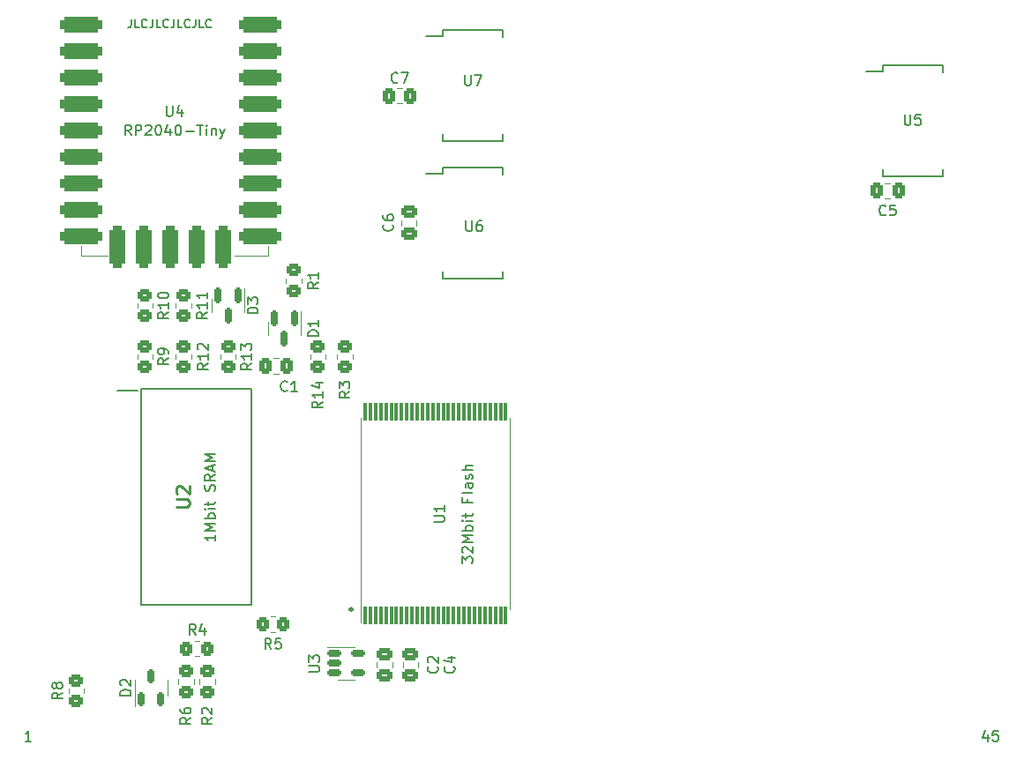
<source format=gbr>
%TF.GenerationSoftware,KiCad,Pcbnew,8.0.1*%
%TF.CreationDate,2024-04-05T12:29:39-07:00*%
%TF.ProjectId,flash-32mbit,666c6173-682d-4333-926d-6269742e6b69,10*%
%TF.SameCoordinates,Original*%
%TF.FileFunction,Legend,Top*%
%TF.FilePolarity,Positive*%
%FSLAX46Y46*%
G04 Gerber Fmt 4.6, Leading zero omitted, Abs format (unit mm)*
G04 Created by KiCad (PCBNEW 8.0.1) date 2024-04-05 12:29:39*
%MOMM*%
%LPD*%
G01*
G04 APERTURE LIST*
G04 Aperture macros list*
%AMRoundRect*
0 Rectangle with rounded corners*
0 $1 Rounding radius*
0 $2 $3 $4 $5 $6 $7 $8 $9 X,Y pos of 4 corners*
0 Add a 4 corners polygon primitive as box body*
4,1,4,$2,$3,$4,$5,$6,$7,$8,$9,$2,$3,0*
0 Add four circle primitives for the rounded corners*
1,1,$1+$1,$2,$3*
1,1,$1+$1,$4,$5*
1,1,$1+$1,$6,$7*
1,1,$1+$1,$8,$9*
0 Add four rect primitives between the rounded corners*
20,1,$1+$1,$2,$3,$4,$5,0*
20,1,$1+$1,$4,$5,$6,$7,0*
20,1,$1+$1,$6,$7,$8,$9,0*
20,1,$1+$1,$8,$9,$2,$3,0*%
%AMFreePoly0*
4,1,23,0.858779,2.980902,0.895106,2.930902,0.900000,2.900000,0.900000,1.250000,0.886824,1.200386,0.700000,0.873444,0.700000,-1.400000,0.680902,-1.458779,0.630902,-1.495106,0.600000,-1.500000,-0.600000,-1.500000,-0.658779,-1.480902,-0.695106,-1.430902,-0.700000,-1.400000,-0.700000,0.873444,-0.886824,1.200386,-0.900000,1.250000,-0.900000,2.900000,-0.880902,2.958779,-0.830902,2.995106,
-0.800000,3.000000,0.800000,3.000000,0.858779,2.980902,0.858779,2.980902,$1*%
%AMFreePoly1*
4,1,19,0.558779,1.480902,0.585166,1.452410,0.985166,0.802410,1.000000,0.750000,1.000000,-1.400000,0.980902,-1.458779,0.930902,-1.495106,0.900000,-1.500000,-0.900000,-1.500000,-0.958779,-1.480902,-0.995106,-1.430902,-1.000000,-1.400000,-1.000000,0.750000,-0.985166,0.802410,-0.585166,1.452410,-0.538095,1.492460,-0.500000,1.500000,0.500000,1.500000,0.558779,1.480902,0.558779,1.480902,
$1*%
G04 Aperture macros list end*
%ADD10C,0.150000*%
%ADD11C,0.254000*%
%ADD12C,0.200000*%
%ADD13C,0.120000*%
%ADD14C,0.100000*%
%ADD15C,0.283607*%
%ADD16RoundRect,0.250000X0.450000X-0.350000X0.450000X0.350000X-0.450000X0.350000X-0.450000X-0.350000X0*%
%ADD17RoundRect,0.250000X-0.475000X0.337500X-0.475000X-0.337500X0.475000X-0.337500X0.475000X0.337500X0*%
%ADD18R,1.750000X0.450000*%
%ADD19RoundRect,0.150000X0.150000X-0.512500X0.150000X0.512500X-0.150000X0.512500X-0.150000X-0.512500X0*%
%ADD20R,1.924000X0.700000*%
%ADD21RoundRect,0.250000X-0.450000X0.350000X-0.450000X-0.350000X0.450000X-0.350000X0.450000X0.350000X0*%
%ADD22RoundRect,0.150000X-0.512500X-0.150000X0.512500X-0.150000X0.512500X0.150000X-0.512500X0.150000X0*%
%ADD23RoundRect,0.250000X0.350000X0.450000X-0.350000X0.450000X-0.350000X-0.450000X0.350000X-0.450000X0*%
%ADD24RoundRect,0.250000X-0.350000X-0.450000X0.350000X-0.450000X0.350000X0.450000X-0.350000X0.450000X0*%
%ADD25RoundRect,0.250000X0.337500X0.475000X-0.337500X0.475000X-0.337500X-0.475000X0.337500X-0.475000X0*%
%ADD26RoundRect,0.400000X-1.600000X0.400000X-1.600000X-0.400000X1.600000X-0.400000X1.600000X0.400000X0*%
%ADD27RoundRect,0.400000X0.400000X1.600000X-0.400000X1.600000X-0.400000X-1.600000X0.400000X-1.600000X0*%
%ADD28RoundRect,0.400000X1.600000X-0.400000X1.600000X0.400000X-1.600000X0.400000X-1.600000X-0.400000X0*%
%ADD29C,5.000000*%
%ADD30RoundRect,0.075000X0.075000X-0.809000X0.075000X0.809000X-0.075000X0.809000X-0.075000X-0.809000X0*%
%ADD31FreePoly0,0.000000*%
%ADD32FreePoly1,0.000000*%
%ADD33RoundRect,0.250000X-0.337500X-0.475000X0.337500X-0.475000X0.337500X0.475000X-0.337500X0.475000X0*%
%ADD34RoundRect,0.150000X-0.150000X0.587500X-0.150000X-0.587500X0.150000X-0.587500X0.150000X0.587500X0*%
G04 APERTURE END LIST*
D10*
X113904761Y-59794295D02*
X113904761Y-60365723D01*
X113904761Y-60365723D02*
X113866666Y-60480009D01*
X113866666Y-60480009D02*
X113790475Y-60556200D01*
X113790475Y-60556200D02*
X113676190Y-60594295D01*
X113676190Y-60594295D02*
X113599999Y-60594295D01*
X114666666Y-60594295D02*
X114285714Y-60594295D01*
X114285714Y-60594295D02*
X114285714Y-59794295D01*
X115390476Y-60518104D02*
X115352380Y-60556200D01*
X115352380Y-60556200D02*
X115238095Y-60594295D01*
X115238095Y-60594295D02*
X115161904Y-60594295D01*
X115161904Y-60594295D02*
X115047618Y-60556200D01*
X115047618Y-60556200D02*
X114971428Y-60480009D01*
X114971428Y-60480009D02*
X114933333Y-60403819D01*
X114933333Y-60403819D02*
X114895237Y-60251438D01*
X114895237Y-60251438D02*
X114895237Y-60137152D01*
X114895237Y-60137152D02*
X114933333Y-59984771D01*
X114933333Y-59984771D02*
X114971428Y-59908580D01*
X114971428Y-59908580D02*
X115047618Y-59832390D01*
X115047618Y-59832390D02*
X115161904Y-59794295D01*
X115161904Y-59794295D02*
X115238095Y-59794295D01*
X115238095Y-59794295D02*
X115352380Y-59832390D01*
X115352380Y-59832390D02*
X115390476Y-59870485D01*
X115961904Y-59794295D02*
X115961904Y-60365723D01*
X115961904Y-60365723D02*
X115923809Y-60480009D01*
X115923809Y-60480009D02*
X115847618Y-60556200D01*
X115847618Y-60556200D02*
X115733333Y-60594295D01*
X115733333Y-60594295D02*
X115657142Y-60594295D01*
X116723809Y-60594295D02*
X116342857Y-60594295D01*
X116342857Y-60594295D02*
X116342857Y-59794295D01*
X117447619Y-60518104D02*
X117409523Y-60556200D01*
X117409523Y-60556200D02*
X117295238Y-60594295D01*
X117295238Y-60594295D02*
X117219047Y-60594295D01*
X117219047Y-60594295D02*
X117104761Y-60556200D01*
X117104761Y-60556200D02*
X117028571Y-60480009D01*
X117028571Y-60480009D02*
X116990476Y-60403819D01*
X116990476Y-60403819D02*
X116952380Y-60251438D01*
X116952380Y-60251438D02*
X116952380Y-60137152D01*
X116952380Y-60137152D02*
X116990476Y-59984771D01*
X116990476Y-59984771D02*
X117028571Y-59908580D01*
X117028571Y-59908580D02*
X117104761Y-59832390D01*
X117104761Y-59832390D02*
X117219047Y-59794295D01*
X117219047Y-59794295D02*
X117295238Y-59794295D01*
X117295238Y-59794295D02*
X117409523Y-59832390D01*
X117409523Y-59832390D02*
X117447619Y-59870485D01*
X118019047Y-59794295D02*
X118019047Y-60365723D01*
X118019047Y-60365723D02*
X117980952Y-60480009D01*
X117980952Y-60480009D02*
X117904761Y-60556200D01*
X117904761Y-60556200D02*
X117790476Y-60594295D01*
X117790476Y-60594295D02*
X117714285Y-60594295D01*
X118780952Y-60594295D02*
X118400000Y-60594295D01*
X118400000Y-60594295D02*
X118400000Y-59794295D01*
X119504762Y-60518104D02*
X119466666Y-60556200D01*
X119466666Y-60556200D02*
X119352381Y-60594295D01*
X119352381Y-60594295D02*
X119276190Y-60594295D01*
X119276190Y-60594295D02*
X119161904Y-60556200D01*
X119161904Y-60556200D02*
X119085714Y-60480009D01*
X119085714Y-60480009D02*
X119047619Y-60403819D01*
X119047619Y-60403819D02*
X119009523Y-60251438D01*
X119009523Y-60251438D02*
X119009523Y-60137152D01*
X119009523Y-60137152D02*
X119047619Y-59984771D01*
X119047619Y-59984771D02*
X119085714Y-59908580D01*
X119085714Y-59908580D02*
X119161904Y-59832390D01*
X119161904Y-59832390D02*
X119276190Y-59794295D01*
X119276190Y-59794295D02*
X119352381Y-59794295D01*
X119352381Y-59794295D02*
X119466666Y-59832390D01*
X119466666Y-59832390D02*
X119504762Y-59870485D01*
X120076190Y-59794295D02*
X120076190Y-60365723D01*
X120076190Y-60365723D02*
X120038095Y-60480009D01*
X120038095Y-60480009D02*
X119961904Y-60556200D01*
X119961904Y-60556200D02*
X119847619Y-60594295D01*
X119847619Y-60594295D02*
X119771428Y-60594295D01*
X120838095Y-60594295D02*
X120457143Y-60594295D01*
X120457143Y-60594295D02*
X120457143Y-59794295D01*
X121561905Y-60518104D02*
X121523809Y-60556200D01*
X121523809Y-60556200D02*
X121409524Y-60594295D01*
X121409524Y-60594295D02*
X121333333Y-60594295D01*
X121333333Y-60594295D02*
X121219047Y-60556200D01*
X121219047Y-60556200D02*
X121142857Y-60480009D01*
X121142857Y-60480009D02*
X121104762Y-60403819D01*
X121104762Y-60403819D02*
X121066666Y-60251438D01*
X121066666Y-60251438D02*
X121066666Y-60137152D01*
X121066666Y-60137152D02*
X121104762Y-59984771D01*
X121104762Y-59984771D02*
X121142857Y-59908580D01*
X121142857Y-59908580D02*
X121219047Y-59832390D01*
X121219047Y-59832390D02*
X121333333Y-59794295D01*
X121333333Y-59794295D02*
X121409524Y-59794295D01*
X121409524Y-59794295D02*
X121523809Y-59832390D01*
X121523809Y-59832390D02*
X121561905Y-59870485D01*
X121254819Y-92842857D02*
X120778628Y-93176190D01*
X121254819Y-93414285D02*
X120254819Y-93414285D01*
X120254819Y-93414285D02*
X120254819Y-93033333D01*
X120254819Y-93033333D02*
X120302438Y-92938095D01*
X120302438Y-92938095D02*
X120350057Y-92890476D01*
X120350057Y-92890476D02*
X120445295Y-92842857D01*
X120445295Y-92842857D02*
X120588152Y-92842857D01*
X120588152Y-92842857D02*
X120683390Y-92890476D01*
X120683390Y-92890476D02*
X120731009Y-92938095D01*
X120731009Y-92938095D02*
X120778628Y-93033333D01*
X120778628Y-93033333D02*
X120778628Y-93414285D01*
X121254819Y-91890476D02*
X121254819Y-92461904D01*
X121254819Y-92176190D02*
X120254819Y-92176190D01*
X120254819Y-92176190D02*
X120397676Y-92271428D01*
X120397676Y-92271428D02*
X120492914Y-92366666D01*
X120492914Y-92366666D02*
X120540533Y-92461904D01*
X120350057Y-91509523D02*
X120302438Y-91461904D01*
X120302438Y-91461904D02*
X120254819Y-91366666D01*
X120254819Y-91366666D02*
X120254819Y-91128571D01*
X120254819Y-91128571D02*
X120302438Y-91033333D01*
X120302438Y-91033333D02*
X120350057Y-90985714D01*
X120350057Y-90985714D02*
X120445295Y-90938095D01*
X120445295Y-90938095D02*
X120540533Y-90938095D01*
X120540533Y-90938095D02*
X120683390Y-90985714D01*
X120683390Y-90985714D02*
X121254819Y-91557142D01*
X121254819Y-91557142D02*
X121254819Y-90938095D01*
X138959580Y-79516666D02*
X139007200Y-79564285D01*
X139007200Y-79564285D02*
X139054819Y-79707142D01*
X139054819Y-79707142D02*
X139054819Y-79802380D01*
X139054819Y-79802380D02*
X139007200Y-79945237D01*
X139007200Y-79945237D02*
X138911961Y-80040475D01*
X138911961Y-80040475D02*
X138816723Y-80088094D01*
X138816723Y-80088094D02*
X138626247Y-80135713D01*
X138626247Y-80135713D02*
X138483390Y-80135713D01*
X138483390Y-80135713D02*
X138292914Y-80088094D01*
X138292914Y-80088094D02*
X138197676Y-80040475D01*
X138197676Y-80040475D02*
X138102438Y-79945237D01*
X138102438Y-79945237D02*
X138054819Y-79802380D01*
X138054819Y-79802380D02*
X138054819Y-79707142D01*
X138054819Y-79707142D02*
X138102438Y-79564285D01*
X138102438Y-79564285D02*
X138150057Y-79516666D01*
X138054819Y-78659523D02*
X138054819Y-78849999D01*
X138054819Y-78849999D02*
X138102438Y-78945237D01*
X138102438Y-78945237D02*
X138150057Y-78992856D01*
X138150057Y-78992856D02*
X138292914Y-79088094D01*
X138292914Y-79088094D02*
X138483390Y-79135713D01*
X138483390Y-79135713D02*
X138864342Y-79135713D01*
X138864342Y-79135713D02*
X138959580Y-79088094D01*
X138959580Y-79088094D02*
X139007200Y-79040475D01*
X139007200Y-79040475D02*
X139054819Y-78945237D01*
X139054819Y-78945237D02*
X139054819Y-78754761D01*
X139054819Y-78754761D02*
X139007200Y-78659523D01*
X139007200Y-78659523D02*
X138959580Y-78611904D01*
X138959580Y-78611904D02*
X138864342Y-78564285D01*
X138864342Y-78564285D02*
X138626247Y-78564285D01*
X138626247Y-78564285D02*
X138531009Y-78611904D01*
X138531009Y-78611904D02*
X138483390Y-78659523D01*
X138483390Y-78659523D02*
X138435771Y-78754761D01*
X138435771Y-78754761D02*
X138435771Y-78945237D01*
X138435771Y-78945237D02*
X138483390Y-79040475D01*
X138483390Y-79040475D02*
X138531009Y-79088094D01*
X138531009Y-79088094D02*
X138626247Y-79135713D01*
X121154819Y-87942857D02*
X120678628Y-88276190D01*
X121154819Y-88514285D02*
X120154819Y-88514285D01*
X120154819Y-88514285D02*
X120154819Y-88133333D01*
X120154819Y-88133333D02*
X120202438Y-88038095D01*
X120202438Y-88038095D02*
X120250057Y-87990476D01*
X120250057Y-87990476D02*
X120345295Y-87942857D01*
X120345295Y-87942857D02*
X120488152Y-87942857D01*
X120488152Y-87942857D02*
X120583390Y-87990476D01*
X120583390Y-87990476D02*
X120631009Y-88038095D01*
X120631009Y-88038095D02*
X120678628Y-88133333D01*
X120678628Y-88133333D02*
X120678628Y-88514285D01*
X121154819Y-86990476D02*
X121154819Y-87561904D01*
X121154819Y-87276190D02*
X120154819Y-87276190D01*
X120154819Y-87276190D02*
X120297676Y-87371428D01*
X120297676Y-87371428D02*
X120392914Y-87466666D01*
X120392914Y-87466666D02*
X120440533Y-87561904D01*
X121154819Y-86038095D02*
X121154819Y-86609523D01*
X121154819Y-86323809D02*
X120154819Y-86323809D01*
X120154819Y-86323809D02*
X120297676Y-86419047D01*
X120297676Y-86419047D02*
X120392914Y-86514285D01*
X120392914Y-86514285D02*
X120440533Y-86609523D01*
X131854819Y-85066666D02*
X131378628Y-85399999D01*
X131854819Y-85638094D02*
X130854819Y-85638094D01*
X130854819Y-85638094D02*
X130854819Y-85257142D01*
X130854819Y-85257142D02*
X130902438Y-85161904D01*
X130902438Y-85161904D02*
X130950057Y-85114285D01*
X130950057Y-85114285D02*
X131045295Y-85066666D01*
X131045295Y-85066666D02*
X131188152Y-85066666D01*
X131188152Y-85066666D02*
X131283390Y-85114285D01*
X131283390Y-85114285D02*
X131331009Y-85161904D01*
X131331009Y-85161904D02*
X131378628Y-85257142D01*
X131378628Y-85257142D02*
X131378628Y-85638094D01*
X131854819Y-84114285D02*
X131854819Y-84685713D01*
X131854819Y-84399999D02*
X130854819Y-84399999D01*
X130854819Y-84399999D02*
X130997676Y-84495237D01*
X130997676Y-84495237D02*
X131092914Y-84590475D01*
X131092914Y-84590475D02*
X131140533Y-84685713D01*
X145938095Y-65154819D02*
X145938095Y-65964342D01*
X145938095Y-65964342D02*
X145985714Y-66059580D01*
X145985714Y-66059580D02*
X146033333Y-66107200D01*
X146033333Y-66107200D02*
X146128571Y-66154819D01*
X146128571Y-66154819D02*
X146319047Y-66154819D01*
X146319047Y-66154819D02*
X146414285Y-66107200D01*
X146414285Y-66107200D02*
X146461904Y-66059580D01*
X146461904Y-66059580D02*
X146509523Y-65964342D01*
X146509523Y-65964342D02*
X146509523Y-65154819D01*
X146890476Y-65154819D02*
X147557142Y-65154819D01*
X147557142Y-65154819D02*
X147128571Y-66154819D01*
X113854819Y-124738094D02*
X112854819Y-124738094D01*
X112854819Y-124738094D02*
X112854819Y-124499999D01*
X112854819Y-124499999D02*
X112902438Y-124357142D01*
X112902438Y-124357142D02*
X112997676Y-124261904D01*
X112997676Y-124261904D02*
X113092914Y-124214285D01*
X113092914Y-124214285D02*
X113283390Y-124166666D01*
X113283390Y-124166666D02*
X113426247Y-124166666D01*
X113426247Y-124166666D02*
X113616723Y-124214285D01*
X113616723Y-124214285D02*
X113711961Y-124261904D01*
X113711961Y-124261904D02*
X113807200Y-124357142D01*
X113807200Y-124357142D02*
X113854819Y-124499999D01*
X113854819Y-124499999D02*
X113854819Y-124738094D01*
X112950057Y-123785713D02*
X112902438Y-123738094D01*
X112902438Y-123738094D02*
X112854819Y-123642856D01*
X112854819Y-123642856D02*
X112854819Y-123404761D01*
X112854819Y-123404761D02*
X112902438Y-123309523D01*
X112902438Y-123309523D02*
X112950057Y-123261904D01*
X112950057Y-123261904D02*
X113045295Y-123214285D01*
X113045295Y-123214285D02*
X113140533Y-123214285D01*
X113140533Y-123214285D02*
X113283390Y-123261904D01*
X113283390Y-123261904D02*
X113854819Y-123833332D01*
X113854819Y-123833332D02*
X113854819Y-123214285D01*
X119604819Y-126866666D02*
X119128628Y-127199999D01*
X119604819Y-127438094D02*
X118604819Y-127438094D01*
X118604819Y-127438094D02*
X118604819Y-127057142D01*
X118604819Y-127057142D02*
X118652438Y-126961904D01*
X118652438Y-126961904D02*
X118700057Y-126914285D01*
X118700057Y-126914285D02*
X118795295Y-126866666D01*
X118795295Y-126866666D02*
X118938152Y-126866666D01*
X118938152Y-126866666D02*
X119033390Y-126914285D01*
X119033390Y-126914285D02*
X119081009Y-126961904D01*
X119081009Y-126961904D02*
X119128628Y-127057142D01*
X119128628Y-127057142D02*
X119128628Y-127438094D01*
X118604819Y-126009523D02*
X118604819Y-126199999D01*
X118604819Y-126199999D02*
X118652438Y-126295237D01*
X118652438Y-126295237D02*
X118700057Y-126342856D01*
X118700057Y-126342856D02*
X118842914Y-126438094D01*
X118842914Y-126438094D02*
X119033390Y-126485713D01*
X119033390Y-126485713D02*
X119414342Y-126485713D01*
X119414342Y-126485713D02*
X119509580Y-126438094D01*
X119509580Y-126438094D02*
X119557200Y-126390475D01*
X119557200Y-126390475D02*
X119604819Y-126295237D01*
X119604819Y-126295237D02*
X119604819Y-126104761D01*
X119604819Y-126104761D02*
X119557200Y-126009523D01*
X119557200Y-126009523D02*
X119509580Y-125961904D01*
X119509580Y-125961904D02*
X119414342Y-125914285D01*
X119414342Y-125914285D02*
X119176247Y-125914285D01*
X119176247Y-125914285D02*
X119081009Y-125961904D01*
X119081009Y-125961904D02*
X119033390Y-126009523D01*
X119033390Y-126009523D02*
X118985771Y-126104761D01*
X118985771Y-126104761D02*
X118985771Y-126295237D01*
X118985771Y-126295237D02*
X119033390Y-126390475D01*
X119033390Y-126390475D02*
X119081009Y-126438094D01*
X119081009Y-126438094D02*
X119176247Y-126485713D01*
D11*
X118204318Y-106617619D02*
X119232413Y-106617619D01*
X119232413Y-106617619D02*
X119353365Y-106557142D01*
X119353365Y-106557142D02*
X119413842Y-106496666D01*
X119413842Y-106496666D02*
X119474318Y-106375714D01*
X119474318Y-106375714D02*
X119474318Y-106133809D01*
X119474318Y-106133809D02*
X119413842Y-106012857D01*
X119413842Y-106012857D02*
X119353365Y-105952380D01*
X119353365Y-105952380D02*
X119232413Y-105891904D01*
X119232413Y-105891904D02*
X118204318Y-105891904D01*
X118325270Y-105347619D02*
X118264794Y-105287143D01*
X118264794Y-105287143D02*
X118204318Y-105166190D01*
X118204318Y-105166190D02*
X118204318Y-104863809D01*
X118204318Y-104863809D02*
X118264794Y-104742857D01*
X118264794Y-104742857D02*
X118325270Y-104682381D01*
X118325270Y-104682381D02*
X118446222Y-104621904D01*
X118446222Y-104621904D02*
X118567175Y-104621904D01*
X118567175Y-104621904D02*
X118748603Y-104682381D01*
X118748603Y-104682381D02*
X119474318Y-105408095D01*
X119474318Y-105408095D02*
X119474318Y-104621904D01*
D10*
X121954819Y-109319047D02*
X121954819Y-109890475D01*
X121954819Y-109604761D02*
X120954819Y-109604761D01*
X120954819Y-109604761D02*
X121097676Y-109699999D01*
X121097676Y-109699999D02*
X121192914Y-109795237D01*
X121192914Y-109795237D02*
X121240533Y-109890475D01*
X121954819Y-108890475D02*
X120954819Y-108890475D01*
X120954819Y-108890475D02*
X121669104Y-108557142D01*
X121669104Y-108557142D02*
X120954819Y-108223809D01*
X120954819Y-108223809D02*
X121954819Y-108223809D01*
X121954819Y-107747618D02*
X120954819Y-107747618D01*
X121335771Y-107747618D02*
X121288152Y-107652380D01*
X121288152Y-107652380D02*
X121288152Y-107461904D01*
X121288152Y-107461904D02*
X121335771Y-107366666D01*
X121335771Y-107366666D02*
X121383390Y-107319047D01*
X121383390Y-107319047D02*
X121478628Y-107271428D01*
X121478628Y-107271428D02*
X121764342Y-107271428D01*
X121764342Y-107271428D02*
X121859580Y-107319047D01*
X121859580Y-107319047D02*
X121907200Y-107366666D01*
X121907200Y-107366666D02*
X121954819Y-107461904D01*
X121954819Y-107461904D02*
X121954819Y-107652380D01*
X121954819Y-107652380D02*
X121907200Y-107747618D01*
X121954819Y-106842856D02*
X121288152Y-106842856D01*
X120954819Y-106842856D02*
X121002438Y-106890475D01*
X121002438Y-106890475D02*
X121050057Y-106842856D01*
X121050057Y-106842856D02*
X121002438Y-106795237D01*
X121002438Y-106795237D02*
X120954819Y-106842856D01*
X120954819Y-106842856D02*
X121050057Y-106842856D01*
X121288152Y-106509523D02*
X121288152Y-106128571D01*
X120954819Y-106366666D02*
X121811961Y-106366666D01*
X121811961Y-106366666D02*
X121907200Y-106319047D01*
X121907200Y-106319047D02*
X121954819Y-106223809D01*
X121954819Y-106223809D02*
X121954819Y-106128571D01*
X121907200Y-105080951D02*
X121954819Y-104938094D01*
X121954819Y-104938094D02*
X121954819Y-104699999D01*
X121954819Y-104699999D02*
X121907200Y-104604761D01*
X121907200Y-104604761D02*
X121859580Y-104557142D01*
X121859580Y-104557142D02*
X121764342Y-104509523D01*
X121764342Y-104509523D02*
X121669104Y-104509523D01*
X121669104Y-104509523D02*
X121573866Y-104557142D01*
X121573866Y-104557142D02*
X121526247Y-104604761D01*
X121526247Y-104604761D02*
X121478628Y-104699999D01*
X121478628Y-104699999D02*
X121431009Y-104890475D01*
X121431009Y-104890475D02*
X121383390Y-104985713D01*
X121383390Y-104985713D02*
X121335771Y-105033332D01*
X121335771Y-105033332D02*
X121240533Y-105080951D01*
X121240533Y-105080951D02*
X121145295Y-105080951D01*
X121145295Y-105080951D02*
X121050057Y-105033332D01*
X121050057Y-105033332D02*
X121002438Y-104985713D01*
X121002438Y-104985713D02*
X120954819Y-104890475D01*
X120954819Y-104890475D02*
X120954819Y-104652380D01*
X120954819Y-104652380D02*
X121002438Y-104509523D01*
X121954819Y-103509523D02*
X121478628Y-103842856D01*
X121954819Y-104080951D02*
X120954819Y-104080951D01*
X120954819Y-104080951D02*
X120954819Y-103699999D01*
X120954819Y-103699999D02*
X121002438Y-103604761D01*
X121002438Y-103604761D02*
X121050057Y-103557142D01*
X121050057Y-103557142D02*
X121145295Y-103509523D01*
X121145295Y-103509523D02*
X121288152Y-103509523D01*
X121288152Y-103509523D02*
X121383390Y-103557142D01*
X121383390Y-103557142D02*
X121431009Y-103604761D01*
X121431009Y-103604761D02*
X121478628Y-103699999D01*
X121478628Y-103699999D02*
X121478628Y-104080951D01*
X121669104Y-103128570D02*
X121669104Y-102652380D01*
X121954819Y-103223808D02*
X120954819Y-102890475D01*
X120954819Y-102890475D02*
X121954819Y-102557142D01*
X121954819Y-102223808D02*
X120954819Y-102223808D01*
X120954819Y-102223808D02*
X121669104Y-101890475D01*
X121669104Y-101890475D02*
X120954819Y-101557142D01*
X120954819Y-101557142D02*
X121954819Y-101557142D01*
X144859580Y-121966666D02*
X144907200Y-122014285D01*
X144907200Y-122014285D02*
X144954819Y-122157142D01*
X144954819Y-122157142D02*
X144954819Y-122252380D01*
X144954819Y-122252380D02*
X144907200Y-122395237D01*
X144907200Y-122395237D02*
X144811961Y-122490475D01*
X144811961Y-122490475D02*
X144716723Y-122538094D01*
X144716723Y-122538094D02*
X144526247Y-122585713D01*
X144526247Y-122585713D02*
X144383390Y-122585713D01*
X144383390Y-122585713D02*
X144192914Y-122538094D01*
X144192914Y-122538094D02*
X144097676Y-122490475D01*
X144097676Y-122490475D02*
X144002438Y-122395237D01*
X144002438Y-122395237D02*
X143954819Y-122252380D01*
X143954819Y-122252380D02*
X143954819Y-122157142D01*
X143954819Y-122157142D02*
X144002438Y-122014285D01*
X144002438Y-122014285D02*
X144050057Y-121966666D01*
X144288152Y-121109523D02*
X144954819Y-121109523D01*
X143907200Y-121347618D02*
X144621485Y-121585713D01*
X144621485Y-121585713D02*
X144621485Y-120966666D01*
X107304819Y-124466666D02*
X106828628Y-124799999D01*
X107304819Y-125038094D02*
X106304819Y-125038094D01*
X106304819Y-125038094D02*
X106304819Y-124657142D01*
X106304819Y-124657142D02*
X106352438Y-124561904D01*
X106352438Y-124561904D02*
X106400057Y-124514285D01*
X106400057Y-124514285D02*
X106495295Y-124466666D01*
X106495295Y-124466666D02*
X106638152Y-124466666D01*
X106638152Y-124466666D02*
X106733390Y-124514285D01*
X106733390Y-124514285D02*
X106781009Y-124561904D01*
X106781009Y-124561904D02*
X106828628Y-124657142D01*
X106828628Y-124657142D02*
X106828628Y-125038094D01*
X106733390Y-123895237D02*
X106685771Y-123990475D01*
X106685771Y-123990475D02*
X106638152Y-124038094D01*
X106638152Y-124038094D02*
X106542914Y-124085713D01*
X106542914Y-124085713D02*
X106495295Y-124085713D01*
X106495295Y-124085713D02*
X106400057Y-124038094D01*
X106400057Y-124038094D02*
X106352438Y-123990475D01*
X106352438Y-123990475D02*
X106304819Y-123895237D01*
X106304819Y-123895237D02*
X106304819Y-123704761D01*
X106304819Y-123704761D02*
X106352438Y-123609523D01*
X106352438Y-123609523D02*
X106400057Y-123561904D01*
X106400057Y-123561904D02*
X106495295Y-123514285D01*
X106495295Y-123514285D02*
X106542914Y-123514285D01*
X106542914Y-123514285D02*
X106638152Y-123561904D01*
X106638152Y-123561904D02*
X106685771Y-123609523D01*
X106685771Y-123609523D02*
X106733390Y-123704761D01*
X106733390Y-123704761D02*
X106733390Y-123895237D01*
X106733390Y-123895237D02*
X106781009Y-123990475D01*
X106781009Y-123990475D02*
X106828628Y-124038094D01*
X106828628Y-124038094D02*
X106923866Y-124085713D01*
X106923866Y-124085713D02*
X107114342Y-124085713D01*
X107114342Y-124085713D02*
X107209580Y-124038094D01*
X107209580Y-124038094D02*
X107257200Y-123990475D01*
X107257200Y-123990475D02*
X107304819Y-123895237D01*
X107304819Y-123895237D02*
X107304819Y-123704761D01*
X107304819Y-123704761D02*
X107257200Y-123609523D01*
X107257200Y-123609523D02*
X107209580Y-123561904D01*
X107209580Y-123561904D02*
X107114342Y-123514285D01*
X107114342Y-123514285D02*
X106923866Y-123514285D01*
X106923866Y-123514285D02*
X106828628Y-123561904D01*
X106828628Y-123561904D02*
X106781009Y-123609523D01*
X106781009Y-123609523D02*
X106733390Y-123704761D01*
X130954819Y-122461904D02*
X131764342Y-122461904D01*
X131764342Y-122461904D02*
X131859580Y-122414285D01*
X131859580Y-122414285D02*
X131907200Y-122366666D01*
X131907200Y-122366666D02*
X131954819Y-122271428D01*
X131954819Y-122271428D02*
X131954819Y-122080952D01*
X131954819Y-122080952D02*
X131907200Y-121985714D01*
X131907200Y-121985714D02*
X131859580Y-121938095D01*
X131859580Y-121938095D02*
X131764342Y-121890476D01*
X131764342Y-121890476D02*
X130954819Y-121890476D01*
X130954819Y-121509523D02*
X130954819Y-120890476D01*
X130954819Y-120890476D02*
X131335771Y-121223809D01*
X131335771Y-121223809D02*
X131335771Y-121080952D01*
X131335771Y-121080952D02*
X131383390Y-120985714D01*
X131383390Y-120985714D02*
X131431009Y-120938095D01*
X131431009Y-120938095D02*
X131526247Y-120890476D01*
X131526247Y-120890476D02*
X131764342Y-120890476D01*
X131764342Y-120890476D02*
X131859580Y-120938095D01*
X131859580Y-120938095D02*
X131907200Y-120985714D01*
X131907200Y-120985714D02*
X131954819Y-121080952D01*
X131954819Y-121080952D02*
X131954819Y-121366666D01*
X131954819Y-121366666D02*
X131907200Y-121461904D01*
X131907200Y-121461904D02*
X131859580Y-121509523D01*
X143259580Y-121966666D02*
X143307200Y-122014285D01*
X143307200Y-122014285D02*
X143354819Y-122157142D01*
X143354819Y-122157142D02*
X143354819Y-122252380D01*
X143354819Y-122252380D02*
X143307200Y-122395237D01*
X143307200Y-122395237D02*
X143211961Y-122490475D01*
X143211961Y-122490475D02*
X143116723Y-122538094D01*
X143116723Y-122538094D02*
X142926247Y-122585713D01*
X142926247Y-122585713D02*
X142783390Y-122585713D01*
X142783390Y-122585713D02*
X142592914Y-122538094D01*
X142592914Y-122538094D02*
X142497676Y-122490475D01*
X142497676Y-122490475D02*
X142402438Y-122395237D01*
X142402438Y-122395237D02*
X142354819Y-122252380D01*
X142354819Y-122252380D02*
X142354819Y-122157142D01*
X142354819Y-122157142D02*
X142402438Y-122014285D01*
X142402438Y-122014285D02*
X142450057Y-121966666D01*
X142450057Y-121585713D02*
X142402438Y-121538094D01*
X142402438Y-121538094D02*
X142354819Y-121442856D01*
X142354819Y-121442856D02*
X142354819Y-121204761D01*
X142354819Y-121204761D02*
X142402438Y-121109523D01*
X142402438Y-121109523D02*
X142450057Y-121061904D01*
X142450057Y-121061904D02*
X142545295Y-121014285D01*
X142545295Y-121014285D02*
X142640533Y-121014285D01*
X142640533Y-121014285D02*
X142783390Y-121061904D01*
X142783390Y-121061904D02*
X143354819Y-121633332D01*
X143354819Y-121633332D02*
X143354819Y-121014285D01*
X146038095Y-79154819D02*
X146038095Y-79964342D01*
X146038095Y-79964342D02*
X146085714Y-80059580D01*
X146085714Y-80059580D02*
X146133333Y-80107200D01*
X146133333Y-80107200D02*
X146228571Y-80154819D01*
X146228571Y-80154819D02*
X146419047Y-80154819D01*
X146419047Y-80154819D02*
X146514285Y-80107200D01*
X146514285Y-80107200D02*
X146561904Y-80059580D01*
X146561904Y-80059580D02*
X146609523Y-79964342D01*
X146609523Y-79964342D02*
X146609523Y-79154819D01*
X147514285Y-79154819D02*
X147323809Y-79154819D01*
X147323809Y-79154819D02*
X147228571Y-79202438D01*
X147228571Y-79202438D02*
X147180952Y-79250057D01*
X147180952Y-79250057D02*
X147085714Y-79392914D01*
X147085714Y-79392914D02*
X147038095Y-79583390D01*
X147038095Y-79583390D02*
X147038095Y-79964342D01*
X147038095Y-79964342D02*
X147085714Y-80059580D01*
X147085714Y-80059580D02*
X147133333Y-80107200D01*
X147133333Y-80107200D02*
X147228571Y-80154819D01*
X147228571Y-80154819D02*
X147419047Y-80154819D01*
X147419047Y-80154819D02*
X147514285Y-80107200D01*
X147514285Y-80107200D02*
X147561904Y-80059580D01*
X147561904Y-80059580D02*
X147609523Y-79964342D01*
X147609523Y-79964342D02*
X147609523Y-79726247D01*
X147609523Y-79726247D02*
X147561904Y-79631009D01*
X147561904Y-79631009D02*
X147514285Y-79583390D01*
X147514285Y-79583390D02*
X147419047Y-79535771D01*
X147419047Y-79535771D02*
X147228571Y-79535771D01*
X147228571Y-79535771D02*
X147133333Y-79583390D01*
X147133333Y-79583390D02*
X147085714Y-79631009D01*
X147085714Y-79631009D02*
X147038095Y-79726247D01*
X117454819Y-87942857D02*
X116978628Y-88276190D01*
X117454819Y-88514285D02*
X116454819Y-88514285D01*
X116454819Y-88514285D02*
X116454819Y-88133333D01*
X116454819Y-88133333D02*
X116502438Y-88038095D01*
X116502438Y-88038095D02*
X116550057Y-87990476D01*
X116550057Y-87990476D02*
X116645295Y-87942857D01*
X116645295Y-87942857D02*
X116788152Y-87942857D01*
X116788152Y-87942857D02*
X116883390Y-87990476D01*
X116883390Y-87990476D02*
X116931009Y-88038095D01*
X116931009Y-88038095D02*
X116978628Y-88133333D01*
X116978628Y-88133333D02*
X116978628Y-88514285D01*
X117454819Y-86990476D02*
X117454819Y-87561904D01*
X117454819Y-87276190D02*
X116454819Y-87276190D01*
X116454819Y-87276190D02*
X116597676Y-87371428D01*
X116597676Y-87371428D02*
X116692914Y-87466666D01*
X116692914Y-87466666D02*
X116740533Y-87561904D01*
X116454819Y-86371428D02*
X116454819Y-86276190D01*
X116454819Y-86276190D02*
X116502438Y-86180952D01*
X116502438Y-86180952D02*
X116550057Y-86133333D01*
X116550057Y-86133333D02*
X116645295Y-86085714D01*
X116645295Y-86085714D02*
X116835771Y-86038095D01*
X116835771Y-86038095D02*
X117073866Y-86038095D01*
X117073866Y-86038095D02*
X117264342Y-86085714D01*
X117264342Y-86085714D02*
X117359580Y-86133333D01*
X117359580Y-86133333D02*
X117407200Y-86180952D01*
X117407200Y-86180952D02*
X117454819Y-86276190D01*
X117454819Y-86276190D02*
X117454819Y-86371428D01*
X117454819Y-86371428D02*
X117407200Y-86466666D01*
X117407200Y-86466666D02*
X117359580Y-86514285D01*
X117359580Y-86514285D02*
X117264342Y-86561904D01*
X117264342Y-86561904D02*
X117073866Y-86609523D01*
X117073866Y-86609523D02*
X116835771Y-86609523D01*
X116835771Y-86609523D02*
X116645295Y-86561904D01*
X116645295Y-86561904D02*
X116550057Y-86514285D01*
X116550057Y-86514285D02*
X116502438Y-86466666D01*
X116502438Y-86466666D02*
X116454819Y-86371428D01*
X120083333Y-118904819D02*
X119750000Y-118428628D01*
X119511905Y-118904819D02*
X119511905Y-117904819D01*
X119511905Y-117904819D02*
X119892857Y-117904819D01*
X119892857Y-117904819D02*
X119988095Y-117952438D01*
X119988095Y-117952438D02*
X120035714Y-118000057D01*
X120035714Y-118000057D02*
X120083333Y-118095295D01*
X120083333Y-118095295D02*
X120083333Y-118238152D01*
X120083333Y-118238152D02*
X120035714Y-118333390D01*
X120035714Y-118333390D02*
X119988095Y-118381009D01*
X119988095Y-118381009D02*
X119892857Y-118428628D01*
X119892857Y-118428628D02*
X119511905Y-118428628D01*
X120940476Y-118238152D02*
X120940476Y-118904819D01*
X120702381Y-117857200D02*
X120464286Y-118571485D01*
X120464286Y-118571485D02*
X121083333Y-118571485D01*
X127333333Y-120254819D02*
X127000000Y-119778628D01*
X126761905Y-120254819D02*
X126761905Y-119254819D01*
X126761905Y-119254819D02*
X127142857Y-119254819D01*
X127142857Y-119254819D02*
X127238095Y-119302438D01*
X127238095Y-119302438D02*
X127285714Y-119350057D01*
X127285714Y-119350057D02*
X127333333Y-119445295D01*
X127333333Y-119445295D02*
X127333333Y-119588152D01*
X127333333Y-119588152D02*
X127285714Y-119683390D01*
X127285714Y-119683390D02*
X127238095Y-119731009D01*
X127238095Y-119731009D02*
X127142857Y-119778628D01*
X127142857Y-119778628D02*
X126761905Y-119778628D01*
X128238095Y-119254819D02*
X127761905Y-119254819D01*
X127761905Y-119254819D02*
X127714286Y-119731009D01*
X127714286Y-119731009D02*
X127761905Y-119683390D01*
X127761905Y-119683390D02*
X127857143Y-119635771D01*
X127857143Y-119635771D02*
X128095238Y-119635771D01*
X128095238Y-119635771D02*
X128190476Y-119683390D01*
X128190476Y-119683390D02*
X128238095Y-119731009D01*
X128238095Y-119731009D02*
X128285714Y-119826247D01*
X128285714Y-119826247D02*
X128285714Y-120064342D01*
X128285714Y-120064342D02*
X128238095Y-120159580D01*
X128238095Y-120159580D02*
X128190476Y-120207200D01*
X128190476Y-120207200D02*
X128095238Y-120254819D01*
X128095238Y-120254819D02*
X127857143Y-120254819D01*
X127857143Y-120254819D02*
X127761905Y-120207200D01*
X127761905Y-120207200D02*
X127714286Y-120159580D01*
X125454819Y-92842857D02*
X124978628Y-93176190D01*
X125454819Y-93414285D02*
X124454819Y-93414285D01*
X124454819Y-93414285D02*
X124454819Y-93033333D01*
X124454819Y-93033333D02*
X124502438Y-92938095D01*
X124502438Y-92938095D02*
X124550057Y-92890476D01*
X124550057Y-92890476D02*
X124645295Y-92842857D01*
X124645295Y-92842857D02*
X124788152Y-92842857D01*
X124788152Y-92842857D02*
X124883390Y-92890476D01*
X124883390Y-92890476D02*
X124931009Y-92938095D01*
X124931009Y-92938095D02*
X124978628Y-93033333D01*
X124978628Y-93033333D02*
X124978628Y-93414285D01*
X125454819Y-91890476D02*
X125454819Y-92461904D01*
X125454819Y-92176190D02*
X124454819Y-92176190D01*
X124454819Y-92176190D02*
X124597676Y-92271428D01*
X124597676Y-92271428D02*
X124692914Y-92366666D01*
X124692914Y-92366666D02*
X124740533Y-92461904D01*
X124454819Y-91557142D02*
X124454819Y-90938095D01*
X124454819Y-90938095D02*
X124835771Y-91271428D01*
X124835771Y-91271428D02*
X124835771Y-91128571D01*
X124835771Y-91128571D02*
X124883390Y-91033333D01*
X124883390Y-91033333D02*
X124931009Y-90985714D01*
X124931009Y-90985714D02*
X125026247Y-90938095D01*
X125026247Y-90938095D02*
X125264342Y-90938095D01*
X125264342Y-90938095D02*
X125359580Y-90985714D01*
X125359580Y-90985714D02*
X125407200Y-91033333D01*
X125407200Y-91033333D02*
X125454819Y-91128571D01*
X125454819Y-91128571D02*
X125454819Y-91414285D01*
X125454819Y-91414285D02*
X125407200Y-91509523D01*
X125407200Y-91509523D02*
X125359580Y-91557142D01*
X117454819Y-92366666D02*
X116978628Y-92699999D01*
X117454819Y-92938094D02*
X116454819Y-92938094D01*
X116454819Y-92938094D02*
X116454819Y-92557142D01*
X116454819Y-92557142D02*
X116502438Y-92461904D01*
X116502438Y-92461904D02*
X116550057Y-92414285D01*
X116550057Y-92414285D02*
X116645295Y-92366666D01*
X116645295Y-92366666D02*
X116788152Y-92366666D01*
X116788152Y-92366666D02*
X116883390Y-92414285D01*
X116883390Y-92414285D02*
X116931009Y-92461904D01*
X116931009Y-92461904D02*
X116978628Y-92557142D01*
X116978628Y-92557142D02*
X116978628Y-92938094D01*
X117454819Y-91890475D02*
X117454819Y-91699999D01*
X117454819Y-91699999D02*
X117407200Y-91604761D01*
X117407200Y-91604761D02*
X117359580Y-91557142D01*
X117359580Y-91557142D02*
X117216723Y-91461904D01*
X117216723Y-91461904D02*
X117026247Y-91414285D01*
X117026247Y-91414285D02*
X116645295Y-91414285D01*
X116645295Y-91414285D02*
X116550057Y-91461904D01*
X116550057Y-91461904D02*
X116502438Y-91509523D01*
X116502438Y-91509523D02*
X116454819Y-91604761D01*
X116454819Y-91604761D02*
X116454819Y-91795237D01*
X116454819Y-91795237D02*
X116502438Y-91890475D01*
X116502438Y-91890475D02*
X116550057Y-91938094D01*
X116550057Y-91938094D02*
X116645295Y-91985713D01*
X116645295Y-91985713D02*
X116883390Y-91985713D01*
X116883390Y-91985713D02*
X116978628Y-91938094D01*
X116978628Y-91938094D02*
X117026247Y-91890475D01*
X117026247Y-91890475D02*
X117073866Y-91795237D01*
X117073866Y-91795237D02*
X117073866Y-91604761D01*
X117073866Y-91604761D02*
X117026247Y-91509523D01*
X117026247Y-91509523D02*
X116978628Y-91461904D01*
X116978628Y-91461904D02*
X116883390Y-91414285D01*
X128870833Y-95459580D02*
X128823214Y-95507200D01*
X128823214Y-95507200D02*
X128680357Y-95554819D01*
X128680357Y-95554819D02*
X128585119Y-95554819D01*
X128585119Y-95554819D02*
X128442262Y-95507200D01*
X128442262Y-95507200D02*
X128347024Y-95411961D01*
X128347024Y-95411961D02*
X128299405Y-95316723D01*
X128299405Y-95316723D02*
X128251786Y-95126247D01*
X128251786Y-95126247D02*
X128251786Y-94983390D01*
X128251786Y-94983390D02*
X128299405Y-94792914D01*
X128299405Y-94792914D02*
X128347024Y-94697676D01*
X128347024Y-94697676D02*
X128442262Y-94602438D01*
X128442262Y-94602438D02*
X128585119Y-94554819D01*
X128585119Y-94554819D02*
X128680357Y-94554819D01*
X128680357Y-94554819D02*
X128823214Y-94602438D01*
X128823214Y-94602438D02*
X128870833Y-94650057D01*
X129823214Y-95554819D02*
X129251786Y-95554819D01*
X129537500Y-95554819D02*
X129537500Y-94554819D01*
X129537500Y-94554819D02*
X129442262Y-94697676D01*
X129442262Y-94697676D02*
X129347024Y-94792914D01*
X129347024Y-94792914D02*
X129251786Y-94840533D01*
X117288095Y-68104819D02*
X117288095Y-68914342D01*
X117288095Y-68914342D02*
X117335714Y-69009580D01*
X117335714Y-69009580D02*
X117383333Y-69057200D01*
X117383333Y-69057200D02*
X117478571Y-69104819D01*
X117478571Y-69104819D02*
X117669047Y-69104819D01*
X117669047Y-69104819D02*
X117764285Y-69057200D01*
X117764285Y-69057200D02*
X117811904Y-69009580D01*
X117811904Y-69009580D02*
X117859523Y-68914342D01*
X117859523Y-68914342D02*
X117859523Y-68104819D01*
X118764285Y-68438152D02*
X118764285Y-69104819D01*
X118526190Y-68057200D02*
X118288095Y-68771485D01*
X118288095Y-68771485D02*
X118907142Y-68771485D01*
X113883333Y-70954819D02*
X113550000Y-70478628D01*
X113311905Y-70954819D02*
X113311905Y-69954819D01*
X113311905Y-69954819D02*
X113692857Y-69954819D01*
X113692857Y-69954819D02*
X113788095Y-70002438D01*
X113788095Y-70002438D02*
X113835714Y-70050057D01*
X113835714Y-70050057D02*
X113883333Y-70145295D01*
X113883333Y-70145295D02*
X113883333Y-70288152D01*
X113883333Y-70288152D02*
X113835714Y-70383390D01*
X113835714Y-70383390D02*
X113788095Y-70431009D01*
X113788095Y-70431009D02*
X113692857Y-70478628D01*
X113692857Y-70478628D02*
X113311905Y-70478628D01*
X114311905Y-70954819D02*
X114311905Y-69954819D01*
X114311905Y-69954819D02*
X114692857Y-69954819D01*
X114692857Y-69954819D02*
X114788095Y-70002438D01*
X114788095Y-70002438D02*
X114835714Y-70050057D01*
X114835714Y-70050057D02*
X114883333Y-70145295D01*
X114883333Y-70145295D02*
X114883333Y-70288152D01*
X114883333Y-70288152D02*
X114835714Y-70383390D01*
X114835714Y-70383390D02*
X114788095Y-70431009D01*
X114788095Y-70431009D02*
X114692857Y-70478628D01*
X114692857Y-70478628D02*
X114311905Y-70478628D01*
X115264286Y-70050057D02*
X115311905Y-70002438D01*
X115311905Y-70002438D02*
X115407143Y-69954819D01*
X115407143Y-69954819D02*
X115645238Y-69954819D01*
X115645238Y-69954819D02*
X115740476Y-70002438D01*
X115740476Y-70002438D02*
X115788095Y-70050057D01*
X115788095Y-70050057D02*
X115835714Y-70145295D01*
X115835714Y-70145295D02*
X115835714Y-70240533D01*
X115835714Y-70240533D02*
X115788095Y-70383390D01*
X115788095Y-70383390D02*
X115216667Y-70954819D01*
X115216667Y-70954819D02*
X115835714Y-70954819D01*
X116454762Y-69954819D02*
X116550000Y-69954819D01*
X116550000Y-69954819D02*
X116645238Y-70002438D01*
X116645238Y-70002438D02*
X116692857Y-70050057D01*
X116692857Y-70050057D02*
X116740476Y-70145295D01*
X116740476Y-70145295D02*
X116788095Y-70335771D01*
X116788095Y-70335771D02*
X116788095Y-70573866D01*
X116788095Y-70573866D02*
X116740476Y-70764342D01*
X116740476Y-70764342D02*
X116692857Y-70859580D01*
X116692857Y-70859580D02*
X116645238Y-70907200D01*
X116645238Y-70907200D02*
X116550000Y-70954819D01*
X116550000Y-70954819D02*
X116454762Y-70954819D01*
X116454762Y-70954819D02*
X116359524Y-70907200D01*
X116359524Y-70907200D02*
X116311905Y-70859580D01*
X116311905Y-70859580D02*
X116264286Y-70764342D01*
X116264286Y-70764342D02*
X116216667Y-70573866D01*
X116216667Y-70573866D02*
X116216667Y-70335771D01*
X116216667Y-70335771D02*
X116264286Y-70145295D01*
X116264286Y-70145295D02*
X116311905Y-70050057D01*
X116311905Y-70050057D02*
X116359524Y-70002438D01*
X116359524Y-70002438D02*
X116454762Y-69954819D01*
X117645238Y-70288152D02*
X117645238Y-70954819D01*
X117407143Y-69907200D02*
X117169048Y-70621485D01*
X117169048Y-70621485D02*
X117788095Y-70621485D01*
X118359524Y-69954819D02*
X118454762Y-69954819D01*
X118454762Y-69954819D02*
X118550000Y-70002438D01*
X118550000Y-70002438D02*
X118597619Y-70050057D01*
X118597619Y-70050057D02*
X118645238Y-70145295D01*
X118645238Y-70145295D02*
X118692857Y-70335771D01*
X118692857Y-70335771D02*
X118692857Y-70573866D01*
X118692857Y-70573866D02*
X118645238Y-70764342D01*
X118645238Y-70764342D02*
X118597619Y-70859580D01*
X118597619Y-70859580D02*
X118550000Y-70907200D01*
X118550000Y-70907200D02*
X118454762Y-70954819D01*
X118454762Y-70954819D02*
X118359524Y-70954819D01*
X118359524Y-70954819D02*
X118264286Y-70907200D01*
X118264286Y-70907200D02*
X118216667Y-70859580D01*
X118216667Y-70859580D02*
X118169048Y-70764342D01*
X118169048Y-70764342D02*
X118121429Y-70573866D01*
X118121429Y-70573866D02*
X118121429Y-70335771D01*
X118121429Y-70335771D02*
X118169048Y-70145295D01*
X118169048Y-70145295D02*
X118216667Y-70050057D01*
X118216667Y-70050057D02*
X118264286Y-70002438D01*
X118264286Y-70002438D02*
X118359524Y-69954819D01*
X119121429Y-70573866D02*
X119883334Y-70573866D01*
X120216667Y-69954819D02*
X120788095Y-69954819D01*
X120502381Y-70954819D02*
X120502381Y-69954819D01*
X121121429Y-70954819D02*
X121121429Y-70288152D01*
X121121429Y-69954819D02*
X121073810Y-70002438D01*
X121073810Y-70002438D02*
X121121429Y-70050057D01*
X121121429Y-70050057D02*
X121169048Y-70002438D01*
X121169048Y-70002438D02*
X121121429Y-69954819D01*
X121121429Y-69954819D02*
X121121429Y-70050057D01*
X121597619Y-70288152D02*
X121597619Y-70954819D01*
X121597619Y-70383390D02*
X121645238Y-70335771D01*
X121645238Y-70335771D02*
X121740476Y-70288152D01*
X121740476Y-70288152D02*
X121883333Y-70288152D01*
X121883333Y-70288152D02*
X121978571Y-70335771D01*
X121978571Y-70335771D02*
X122026190Y-70431009D01*
X122026190Y-70431009D02*
X122026190Y-70954819D01*
X122407143Y-70288152D02*
X122645238Y-70954819D01*
X122883333Y-70288152D02*
X122645238Y-70954819D01*
X122645238Y-70954819D02*
X122550000Y-71192914D01*
X122550000Y-71192914D02*
X122502381Y-71240533D01*
X122502381Y-71240533D02*
X122407143Y-71288152D01*
X134854819Y-95566666D02*
X134378628Y-95899999D01*
X134854819Y-96138094D02*
X133854819Y-96138094D01*
X133854819Y-96138094D02*
X133854819Y-95757142D01*
X133854819Y-95757142D02*
X133902438Y-95661904D01*
X133902438Y-95661904D02*
X133950057Y-95614285D01*
X133950057Y-95614285D02*
X134045295Y-95566666D01*
X134045295Y-95566666D02*
X134188152Y-95566666D01*
X134188152Y-95566666D02*
X134283390Y-95614285D01*
X134283390Y-95614285D02*
X134331009Y-95661904D01*
X134331009Y-95661904D02*
X134378628Y-95757142D01*
X134378628Y-95757142D02*
X134378628Y-96138094D01*
X133854819Y-95233332D02*
X133854819Y-94614285D01*
X133854819Y-94614285D02*
X134235771Y-94947618D01*
X134235771Y-94947618D02*
X134235771Y-94804761D01*
X134235771Y-94804761D02*
X134283390Y-94709523D01*
X134283390Y-94709523D02*
X134331009Y-94661904D01*
X134331009Y-94661904D02*
X134426247Y-94614285D01*
X134426247Y-94614285D02*
X134664342Y-94614285D01*
X134664342Y-94614285D02*
X134759580Y-94661904D01*
X134759580Y-94661904D02*
X134807200Y-94709523D01*
X134807200Y-94709523D02*
X134854819Y-94804761D01*
X134854819Y-94804761D02*
X134854819Y-95090475D01*
X134854819Y-95090475D02*
X134807200Y-95185713D01*
X134807200Y-95185713D02*
X134759580Y-95233332D01*
X132254819Y-96542857D02*
X131778628Y-96876190D01*
X132254819Y-97114285D02*
X131254819Y-97114285D01*
X131254819Y-97114285D02*
X131254819Y-96733333D01*
X131254819Y-96733333D02*
X131302438Y-96638095D01*
X131302438Y-96638095D02*
X131350057Y-96590476D01*
X131350057Y-96590476D02*
X131445295Y-96542857D01*
X131445295Y-96542857D02*
X131588152Y-96542857D01*
X131588152Y-96542857D02*
X131683390Y-96590476D01*
X131683390Y-96590476D02*
X131731009Y-96638095D01*
X131731009Y-96638095D02*
X131778628Y-96733333D01*
X131778628Y-96733333D02*
X131778628Y-97114285D01*
X132254819Y-95590476D02*
X132254819Y-96161904D01*
X132254819Y-95876190D02*
X131254819Y-95876190D01*
X131254819Y-95876190D02*
X131397676Y-95971428D01*
X131397676Y-95971428D02*
X131492914Y-96066666D01*
X131492914Y-96066666D02*
X131540533Y-96161904D01*
X131588152Y-94733333D02*
X132254819Y-94733333D01*
X131207200Y-94971428D02*
X131921485Y-95209523D01*
X131921485Y-95209523D02*
X131921485Y-94590476D01*
D12*
X142952219Y-108061904D02*
X143761742Y-108061904D01*
X143761742Y-108061904D02*
X143856980Y-108014285D01*
X143856980Y-108014285D02*
X143904600Y-107966666D01*
X143904600Y-107966666D02*
X143952219Y-107871428D01*
X143952219Y-107871428D02*
X143952219Y-107680952D01*
X143952219Y-107680952D02*
X143904600Y-107585714D01*
X143904600Y-107585714D02*
X143856980Y-107538095D01*
X143856980Y-107538095D02*
X143761742Y-107490476D01*
X143761742Y-107490476D02*
X142952219Y-107490476D01*
X143952219Y-106490476D02*
X143952219Y-107061904D01*
X143952219Y-106776190D02*
X142952219Y-106776190D01*
X142952219Y-106776190D02*
X143095076Y-106871428D01*
X143095076Y-106871428D02*
X143190314Y-106966666D01*
X143190314Y-106966666D02*
X143237933Y-107061904D01*
D10*
X145654819Y-112038095D02*
X145654819Y-111419048D01*
X145654819Y-111419048D02*
X146035771Y-111752381D01*
X146035771Y-111752381D02*
X146035771Y-111609524D01*
X146035771Y-111609524D02*
X146083390Y-111514286D01*
X146083390Y-111514286D02*
X146131009Y-111466667D01*
X146131009Y-111466667D02*
X146226247Y-111419048D01*
X146226247Y-111419048D02*
X146464342Y-111419048D01*
X146464342Y-111419048D02*
X146559580Y-111466667D01*
X146559580Y-111466667D02*
X146607200Y-111514286D01*
X146607200Y-111514286D02*
X146654819Y-111609524D01*
X146654819Y-111609524D02*
X146654819Y-111895238D01*
X146654819Y-111895238D02*
X146607200Y-111990476D01*
X146607200Y-111990476D02*
X146559580Y-112038095D01*
X145750057Y-111038095D02*
X145702438Y-110990476D01*
X145702438Y-110990476D02*
X145654819Y-110895238D01*
X145654819Y-110895238D02*
X145654819Y-110657143D01*
X145654819Y-110657143D02*
X145702438Y-110561905D01*
X145702438Y-110561905D02*
X145750057Y-110514286D01*
X145750057Y-110514286D02*
X145845295Y-110466667D01*
X145845295Y-110466667D02*
X145940533Y-110466667D01*
X145940533Y-110466667D02*
X146083390Y-110514286D01*
X146083390Y-110514286D02*
X146654819Y-111085714D01*
X146654819Y-111085714D02*
X146654819Y-110466667D01*
X146654819Y-110038095D02*
X145654819Y-110038095D01*
X145654819Y-110038095D02*
X146369104Y-109704762D01*
X146369104Y-109704762D02*
X145654819Y-109371429D01*
X145654819Y-109371429D02*
X146654819Y-109371429D01*
X146654819Y-108895238D02*
X145654819Y-108895238D01*
X146035771Y-108895238D02*
X145988152Y-108800000D01*
X145988152Y-108800000D02*
X145988152Y-108609524D01*
X145988152Y-108609524D02*
X146035771Y-108514286D01*
X146035771Y-108514286D02*
X146083390Y-108466667D01*
X146083390Y-108466667D02*
X146178628Y-108419048D01*
X146178628Y-108419048D02*
X146464342Y-108419048D01*
X146464342Y-108419048D02*
X146559580Y-108466667D01*
X146559580Y-108466667D02*
X146607200Y-108514286D01*
X146607200Y-108514286D02*
X146654819Y-108609524D01*
X146654819Y-108609524D02*
X146654819Y-108800000D01*
X146654819Y-108800000D02*
X146607200Y-108895238D01*
X146654819Y-107990476D02*
X145988152Y-107990476D01*
X145654819Y-107990476D02*
X145702438Y-108038095D01*
X145702438Y-108038095D02*
X145750057Y-107990476D01*
X145750057Y-107990476D02*
X145702438Y-107942857D01*
X145702438Y-107942857D02*
X145654819Y-107990476D01*
X145654819Y-107990476D02*
X145750057Y-107990476D01*
X145988152Y-107657143D02*
X145988152Y-107276191D01*
X145654819Y-107514286D02*
X146511961Y-107514286D01*
X146511961Y-107514286D02*
X146607200Y-107466667D01*
X146607200Y-107466667D02*
X146654819Y-107371429D01*
X146654819Y-107371429D02*
X146654819Y-107276191D01*
X146131009Y-105847619D02*
X146131009Y-106180952D01*
X146654819Y-106180952D02*
X145654819Y-106180952D01*
X145654819Y-106180952D02*
X145654819Y-105704762D01*
X146654819Y-105180952D02*
X146607200Y-105276190D01*
X146607200Y-105276190D02*
X146511961Y-105323809D01*
X146511961Y-105323809D02*
X145654819Y-105323809D01*
X146654819Y-104371428D02*
X146131009Y-104371428D01*
X146131009Y-104371428D02*
X146035771Y-104419047D01*
X146035771Y-104419047D02*
X145988152Y-104514285D01*
X145988152Y-104514285D02*
X145988152Y-104704761D01*
X145988152Y-104704761D02*
X146035771Y-104799999D01*
X146607200Y-104371428D02*
X146654819Y-104466666D01*
X146654819Y-104466666D02*
X146654819Y-104704761D01*
X146654819Y-104704761D02*
X146607200Y-104799999D01*
X146607200Y-104799999D02*
X146511961Y-104847618D01*
X146511961Y-104847618D02*
X146416723Y-104847618D01*
X146416723Y-104847618D02*
X146321485Y-104799999D01*
X146321485Y-104799999D02*
X146273866Y-104704761D01*
X146273866Y-104704761D02*
X146273866Y-104466666D01*
X146273866Y-104466666D02*
X146226247Y-104371428D01*
X146607200Y-103942856D02*
X146654819Y-103847618D01*
X146654819Y-103847618D02*
X146654819Y-103657142D01*
X146654819Y-103657142D02*
X146607200Y-103561904D01*
X146607200Y-103561904D02*
X146511961Y-103514285D01*
X146511961Y-103514285D02*
X146464342Y-103514285D01*
X146464342Y-103514285D02*
X146369104Y-103561904D01*
X146369104Y-103561904D02*
X146321485Y-103657142D01*
X146321485Y-103657142D02*
X146321485Y-103799999D01*
X146321485Y-103799999D02*
X146273866Y-103895237D01*
X146273866Y-103895237D02*
X146178628Y-103942856D01*
X146178628Y-103942856D02*
X146131009Y-103942856D01*
X146131009Y-103942856D02*
X146035771Y-103895237D01*
X146035771Y-103895237D02*
X145988152Y-103799999D01*
X145988152Y-103799999D02*
X145988152Y-103657142D01*
X145988152Y-103657142D02*
X146035771Y-103561904D01*
X146654819Y-103085713D02*
X145654819Y-103085713D01*
X146654819Y-102657142D02*
X146131009Y-102657142D01*
X146131009Y-102657142D02*
X146035771Y-102704761D01*
X146035771Y-102704761D02*
X145988152Y-102799999D01*
X145988152Y-102799999D02*
X145988152Y-102942856D01*
X145988152Y-102942856D02*
X146035771Y-103038094D01*
X146035771Y-103038094D02*
X146083390Y-103085713D01*
X196114285Y-128463152D02*
X196114285Y-129129819D01*
X195876190Y-128082200D02*
X195638095Y-128796485D01*
X195638095Y-128796485D02*
X196257142Y-128796485D01*
X197114285Y-128129819D02*
X196638095Y-128129819D01*
X196638095Y-128129819D02*
X196590476Y-128606009D01*
X196590476Y-128606009D02*
X196638095Y-128558390D01*
X196638095Y-128558390D02*
X196733333Y-128510771D01*
X196733333Y-128510771D02*
X196971428Y-128510771D01*
X196971428Y-128510771D02*
X197066666Y-128558390D01*
X197066666Y-128558390D02*
X197114285Y-128606009D01*
X197114285Y-128606009D02*
X197161904Y-128701247D01*
X197161904Y-128701247D02*
X197161904Y-128939342D01*
X197161904Y-128939342D02*
X197114285Y-129034580D01*
X197114285Y-129034580D02*
X197066666Y-129082200D01*
X197066666Y-129082200D02*
X196971428Y-129129819D01*
X196971428Y-129129819D02*
X196733333Y-129129819D01*
X196733333Y-129129819D02*
X196638095Y-129082200D01*
X196638095Y-129082200D02*
X196590476Y-129034580D01*
X104285714Y-129129819D02*
X103714286Y-129129819D01*
X104000000Y-129129819D02*
X104000000Y-128129819D01*
X104000000Y-128129819D02*
X103904762Y-128272676D01*
X103904762Y-128272676D02*
X103809524Y-128367914D01*
X103809524Y-128367914D02*
X103714286Y-128415533D01*
X121654819Y-126866666D02*
X121178628Y-127199999D01*
X121654819Y-127438094D02*
X120654819Y-127438094D01*
X120654819Y-127438094D02*
X120654819Y-127057142D01*
X120654819Y-127057142D02*
X120702438Y-126961904D01*
X120702438Y-126961904D02*
X120750057Y-126914285D01*
X120750057Y-126914285D02*
X120845295Y-126866666D01*
X120845295Y-126866666D02*
X120988152Y-126866666D01*
X120988152Y-126866666D02*
X121083390Y-126914285D01*
X121083390Y-126914285D02*
X121131009Y-126961904D01*
X121131009Y-126961904D02*
X121178628Y-127057142D01*
X121178628Y-127057142D02*
X121178628Y-127438094D01*
X120750057Y-126485713D02*
X120702438Y-126438094D01*
X120702438Y-126438094D02*
X120654819Y-126342856D01*
X120654819Y-126342856D02*
X120654819Y-126104761D01*
X120654819Y-126104761D02*
X120702438Y-126009523D01*
X120702438Y-126009523D02*
X120750057Y-125961904D01*
X120750057Y-125961904D02*
X120845295Y-125914285D01*
X120845295Y-125914285D02*
X120940533Y-125914285D01*
X120940533Y-125914285D02*
X121083390Y-125961904D01*
X121083390Y-125961904D02*
X121654819Y-126533332D01*
X121654819Y-126533332D02*
X121654819Y-125914285D01*
X188138095Y-68954819D02*
X188138095Y-69764342D01*
X188138095Y-69764342D02*
X188185714Y-69859580D01*
X188185714Y-69859580D02*
X188233333Y-69907200D01*
X188233333Y-69907200D02*
X188328571Y-69954819D01*
X188328571Y-69954819D02*
X188519047Y-69954819D01*
X188519047Y-69954819D02*
X188614285Y-69907200D01*
X188614285Y-69907200D02*
X188661904Y-69859580D01*
X188661904Y-69859580D02*
X188709523Y-69764342D01*
X188709523Y-69764342D02*
X188709523Y-68954819D01*
X189661904Y-68954819D02*
X189185714Y-68954819D01*
X189185714Y-68954819D02*
X189138095Y-69431009D01*
X189138095Y-69431009D02*
X189185714Y-69383390D01*
X189185714Y-69383390D02*
X189280952Y-69335771D01*
X189280952Y-69335771D02*
X189519047Y-69335771D01*
X189519047Y-69335771D02*
X189614285Y-69383390D01*
X189614285Y-69383390D02*
X189661904Y-69431009D01*
X189661904Y-69431009D02*
X189709523Y-69526247D01*
X189709523Y-69526247D02*
X189709523Y-69764342D01*
X189709523Y-69764342D02*
X189661904Y-69859580D01*
X189661904Y-69859580D02*
X189614285Y-69907200D01*
X189614285Y-69907200D02*
X189519047Y-69954819D01*
X189519047Y-69954819D02*
X189280952Y-69954819D01*
X189280952Y-69954819D02*
X189185714Y-69907200D01*
X189185714Y-69907200D02*
X189138095Y-69859580D01*
X186333333Y-78559580D02*
X186285714Y-78607200D01*
X186285714Y-78607200D02*
X186142857Y-78654819D01*
X186142857Y-78654819D02*
X186047619Y-78654819D01*
X186047619Y-78654819D02*
X185904762Y-78607200D01*
X185904762Y-78607200D02*
X185809524Y-78511961D01*
X185809524Y-78511961D02*
X185761905Y-78416723D01*
X185761905Y-78416723D02*
X185714286Y-78226247D01*
X185714286Y-78226247D02*
X185714286Y-78083390D01*
X185714286Y-78083390D02*
X185761905Y-77892914D01*
X185761905Y-77892914D02*
X185809524Y-77797676D01*
X185809524Y-77797676D02*
X185904762Y-77702438D01*
X185904762Y-77702438D02*
X186047619Y-77654819D01*
X186047619Y-77654819D02*
X186142857Y-77654819D01*
X186142857Y-77654819D02*
X186285714Y-77702438D01*
X186285714Y-77702438D02*
X186333333Y-77750057D01*
X187238095Y-77654819D02*
X186761905Y-77654819D01*
X186761905Y-77654819D02*
X186714286Y-78131009D01*
X186714286Y-78131009D02*
X186761905Y-78083390D01*
X186761905Y-78083390D02*
X186857143Y-78035771D01*
X186857143Y-78035771D02*
X187095238Y-78035771D01*
X187095238Y-78035771D02*
X187190476Y-78083390D01*
X187190476Y-78083390D02*
X187238095Y-78131009D01*
X187238095Y-78131009D02*
X187285714Y-78226247D01*
X187285714Y-78226247D02*
X187285714Y-78464342D01*
X187285714Y-78464342D02*
X187238095Y-78559580D01*
X187238095Y-78559580D02*
X187190476Y-78607200D01*
X187190476Y-78607200D02*
X187095238Y-78654819D01*
X187095238Y-78654819D02*
X186857143Y-78654819D01*
X186857143Y-78654819D02*
X186761905Y-78607200D01*
X186761905Y-78607200D02*
X186714286Y-78559580D01*
X126054819Y-88038094D02*
X125054819Y-88038094D01*
X125054819Y-88038094D02*
X125054819Y-87799999D01*
X125054819Y-87799999D02*
X125102438Y-87657142D01*
X125102438Y-87657142D02*
X125197676Y-87561904D01*
X125197676Y-87561904D02*
X125292914Y-87514285D01*
X125292914Y-87514285D02*
X125483390Y-87466666D01*
X125483390Y-87466666D02*
X125626247Y-87466666D01*
X125626247Y-87466666D02*
X125816723Y-87514285D01*
X125816723Y-87514285D02*
X125911961Y-87561904D01*
X125911961Y-87561904D02*
X126007200Y-87657142D01*
X126007200Y-87657142D02*
X126054819Y-87799999D01*
X126054819Y-87799999D02*
X126054819Y-88038094D01*
X125054819Y-87133332D02*
X125054819Y-86514285D01*
X125054819Y-86514285D02*
X125435771Y-86847618D01*
X125435771Y-86847618D02*
X125435771Y-86704761D01*
X125435771Y-86704761D02*
X125483390Y-86609523D01*
X125483390Y-86609523D02*
X125531009Y-86561904D01*
X125531009Y-86561904D02*
X125626247Y-86514285D01*
X125626247Y-86514285D02*
X125864342Y-86514285D01*
X125864342Y-86514285D02*
X125959580Y-86561904D01*
X125959580Y-86561904D02*
X126007200Y-86609523D01*
X126007200Y-86609523D02*
X126054819Y-86704761D01*
X126054819Y-86704761D02*
X126054819Y-86990475D01*
X126054819Y-86990475D02*
X126007200Y-87085713D01*
X126007200Y-87085713D02*
X125959580Y-87133332D01*
X139483333Y-65829580D02*
X139435714Y-65877200D01*
X139435714Y-65877200D02*
X139292857Y-65924819D01*
X139292857Y-65924819D02*
X139197619Y-65924819D01*
X139197619Y-65924819D02*
X139054762Y-65877200D01*
X139054762Y-65877200D02*
X138959524Y-65781961D01*
X138959524Y-65781961D02*
X138911905Y-65686723D01*
X138911905Y-65686723D02*
X138864286Y-65496247D01*
X138864286Y-65496247D02*
X138864286Y-65353390D01*
X138864286Y-65353390D02*
X138911905Y-65162914D01*
X138911905Y-65162914D02*
X138959524Y-65067676D01*
X138959524Y-65067676D02*
X139054762Y-64972438D01*
X139054762Y-64972438D02*
X139197619Y-64924819D01*
X139197619Y-64924819D02*
X139292857Y-64924819D01*
X139292857Y-64924819D02*
X139435714Y-64972438D01*
X139435714Y-64972438D02*
X139483333Y-65020057D01*
X139816667Y-64924819D02*
X140483333Y-64924819D01*
X140483333Y-64924819D02*
X140054762Y-65924819D01*
X131854819Y-90238094D02*
X130854819Y-90238094D01*
X130854819Y-90238094D02*
X130854819Y-89999999D01*
X130854819Y-89999999D02*
X130902438Y-89857142D01*
X130902438Y-89857142D02*
X130997676Y-89761904D01*
X130997676Y-89761904D02*
X131092914Y-89714285D01*
X131092914Y-89714285D02*
X131283390Y-89666666D01*
X131283390Y-89666666D02*
X131426247Y-89666666D01*
X131426247Y-89666666D02*
X131616723Y-89714285D01*
X131616723Y-89714285D02*
X131711961Y-89761904D01*
X131711961Y-89761904D02*
X131807200Y-89857142D01*
X131807200Y-89857142D02*
X131854819Y-89999999D01*
X131854819Y-89999999D02*
X131854819Y-90238094D01*
X131854819Y-88714285D02*
X131854819Y-89285713D01*
X131854819Y-88999999D02*
X130854819Y-88999999D01*
X130854819Y-88999999D02*
X130997676Y-89095237D01*
X130997676Y-89095237D02*
X131092914Y-89190475D01*
X131092914Y-89190475D02*
X131140533Y-89285713D01*
D13*
%TO.C,R12*%
X118165000Y-92427064D02*
X118165000Y-91972936D01*
X119635000Y-92427064D02*
X119635000Y-91972936D01*
%TO.C,C6*%
X139815000Y-79088748D02*
X139815000Y-79611252D01*
X141285000Y-79088748D02*
X141285000Y-79611252D01*
%TO.C,R11*%
X118165000Y-87527064D02*
X118165000Y-87072936D01*
X119635000Y-87527064D02*
X119635000Y-87072936D01*
%TO.C,R1*%
X128765000Y-85127064D02*
X128765000Y-84672936D01*
X130235000Y-85127064D02*
X130235000Y-84672936D01*
D10*
%TO.C,U7*%
X143825000Y-60825000D02*
X143825000Y-61400000D01*
X143825000Y-60825000D02*
X149575000Y-60825000D01*
X143825000Y-61400000D02*
X142225000Y-61400000D01*
X143825000Y-71475000D02*
X143825000Y-70825000D01*
X143825000Y-71475000D02*
X149575000Y-71475000D01*
X149575000Y-60825000D02*
X149575000Y-61475000D01*
X149575000Y-71475000D02*
X149575000Y-70825000D01*
D13*
%TO.C,D2*%
X114240000Y-124000000D02*
X114240000Y-123200000D01*
X114240000Y-124000000D02*
X114240000Y-125800000D01*
X117360000Y-124000000D02*
X117360000Y-123200000D01*
X117360000Y-124000000D02*
X117360000Y-124800000D01*
%TO.C,R6*%
X118415000Y-123627064D02*
X118415000Y-123172936D01*
X119885000Y-123627064D02*
X119885000Y-123172936D01*
D12*
%TO.C,U2*%
X112575000Y-95425000D02*
X114498000Y-95425000D01*
X114848000Y-95275000D02*
X125452000Y-95275000D01*
X114848000Y-116025000D02*
X114848000Y-95275000D01*
X125452000Y-95275000D02*
X125452000Y-116025000D01*
X125452000Y-116025000D02*
X114848000Y-116025000D01*
D13*
%TO.C,C4*%
X139965000Y-121538748D02*
X139965000Y-122061252D01*
X141435000Y-121538748D02*
X141435000Y-122061252D01*
%TO.C,R8*%
X107865000Y-124072936D02*
X107865000Y-124527064D01*
X109335000Y-124072936D02*
X109335000Y-124527064D01*
%TO.C,U3*%
X134512500Y-120090000D02*
X132712500Y-120090000D01*
X134512500Y-120090000D02*
X135312500Y-120090000D01*
X134512500Y-123210000D02*
X133712500Y-123210000D01*
X134512500Y-123210000D02*
X135312500Y-123210000D01*
%TO.C,C2*%
X137465000Y-121538748D02*
X137465000Y-122061252D01*
X138935000Y-121538748D02*
X138935000Y-122061252D01*
D10*
%TO.C,U6*%
X143825000Y-74075000D02*
X143825000Y-74650000D01*
X143825000Y-74075000D02*
X149575000Y-74075000D01*
X143825000Y-74650000D02*
X142225000Y-74650000D01*
X143825000Y-84725000D02*
X143825000Y-84075000D01*
X143825000Y-84725000D02*
X149575000Y-84725000D01*
X149575000Y-74075000D02*
X149575000Y-74725000D01*
X149575000Y-84725000D02*
X149575000Y-84075000D01*
D13*
%TO.C,R10*%
X114465000Y-87527064D02*
X114465000Y-87072936D01*
X115935000Y-87527064D02*
X115935000Y-87072936D01*
%TO.C,R4*%
X120427064Y-119515000D02*
X119972936Y-119515000D01*
X120427064Y-120985000D02*
X119972936Y-120985000D01*
%TO.C,R5*%
X127272936Y-117165000D02*
X127727064Y-117165000D01*
X127272936Y-118635000D02*
X127727064Y-118635000D01*
%TO.C,R13*%
X122465000Y-91972936D02*
X122465000Y-92427064D01*
X123935000Y-91972936D02*
X123935000Y-92427064D01*
%TO.C,R9*%
X114465000Y-91972936D02*
X114465000Y-92427064D01*
X115935000Y-91972936D02*
X115935000Y-92427064D01*
%TO.C,C1*%
X128061252Y-92365000D02*
X127538748Y-92365000D01*
X128061252Y-93835000D02*
X127538748Y-93835000D01*
D14*
%TO.C,U4*%
X109050000Y-81600000D02*
X109050000Y-82500000D01*
X109050000Y-82500000D02*
X111650000Y-82500000D01*
X127050000Y-81600000D02*
X127050000Y-82500000D01*
X127050000Y-82500000D02*
X123850000Y-82500000D01*
D13*
%TO.C,R3*%
X133665000Y-92427064D02*
X133665000Y-91972936D01*
X135135000Y-92427064D02*
X135135000Y-91972936D01*
%TO.C,R14*%
X131065000Y-91972936D02*
X131065000Y-92427064D01*
X132535000Y-91972936D02*
X132535000Y-92427064D01*
%TO.C,U1*%
X135940000Y-107300000D02*
X135940000Y-98100000D01*
X135940000Y-107300000D02*
X135940000Y-117775000D01*
X150260000Y-107300000D02*
X150260000Y-98100000D01*
X150260000Y-107300000D02*
X150260000Y-116500000D01*
D15*
X135141803Y-116500000D02*
G75*
G02*
X134858197Y-116500000I-141803J0D01*
G01*
X134858197Y-116500000D02*
G75*
G02*
X135141803Y-116500000I141803J0D01*
G01*
D13*
%TO.C,R2*%
X120465000Y-123627064D02*
X120465000Y-123172936D01*
X121935000Y-123627064D02*
X121935000Y-123172936D01*
D10*
%TO.C,U5*%
X186025000Y-64250000D02*
X186025000Y-64825000D01*
X186025000Y-64250000D02*
X191775000Y-64250000D01*
X186025000Y-64825000D02*
X184425000Y-64825000D01*
X186025000Y-74900000D02*
X186025000Y-74250000D01*
X186025000Y-74900000D02*
X191775000Y-74900000D01*
X191775000Y-64250000D02*
X191775000Y-64900000D01*
X191775000Y-74900000D02*
X191775000Y-74250000D01*
D13*
%TO.C,C5*%
X186238748Y-75540000D02*
X186761252Y-75540000D01*
X186238748Y-77010000D02*
X186761252Y-77010000D01*
%TO.C,D3*%
X121640000Y-87300000D02*
X121640000Y-86650000D01*
X121640000Y-87300000D02*
X121640000Y-87950000D01*
X124760000Y-87300000D02*
X124760000Y-85625000D01*
X124760000Y-87300000D02*
X124760000Y-87950000D01*
%TO.C,C7*%
X139388748Y-66415000D02*
X139911252Y-66415000D01*
X139388748Y-67885000D02*
X139911252Y-67885000D01*
%TO.C,D1*%
X127040000Y-89500000D02*
X127040000Y-88850000D01*
X127040000Y-89500000D02*
X127040000Y-90150000D01*
X130160000Y-89500000D02*
X130160000Y-87825000D01*
X130160000Y-89500000D02*
X130160000Y-90150000D01*
%TD*%
%LPC*%
%TO.C,J1*%
G36*
X102100000Y-129675000D02*
G01*
X198300000Y-129675000D01*
X198300000Y-135275000D01*
X102100000Y-135275000D01*
X102100000Y-129675000D01*
G37*
%TD*%
D16*
%TO.C,R12*%
X118900000Y-93200000D03*
X118900000Y-91200000D03*
%TD*%
D17*
%TO.C,C6*%
X140550000Y-78312500D03*
X140550000Y-80387500D03*
%TD*%
D16*
%TO.C,R11*%
X118900000Y-88300000D03*
X118900000Y-86300000D03*
%TD*%
%TO.C,R1*%
X129500000Y-85900000D03*
X129500000Y-83900000D03*
%TD*%
D18*
%TO.C,U7*%
X143100000Y-61925000D03*
X143100000Y-62575000D03*
X143100000Y-63225000D03*
X143100000Y-63875000D03*
X143100000Y-64525000D03*
X143100000Y-65175000D03*
X143100000Y-65825000D03*
X143100000Y-66475000D03*
X143100000Y-67125000D03*
X143100000Y-67775000D03*
X143100000Y-68425000D03*
X143100000Y-69075000D03*
X143100000Y-69725000D03*
X143100000Y-70375000D03*
X150300000Y-70375000D03*
X150300000Y-69725000D03*
X150300000Y-69075000D03*
X150300000Y-68425000D03*
X150300000Y-67775000D03*
X150300000Y-67125000D03*
X150300000Y-66475000D03*
X150300000Y-65825000D03*
X150300000Y-65175000D03*
X150300000Y-64525000D03*
X150300000Y-63875000D03*
X150300000Y-63225000D03*
X150300000Y-62575000D03*
X150300000Y-61925000D03*
%TD*%
D19*
%TO.C,D2*%
X114850000Y-125137500D03*
X116750000Y-125137500D03*
X115800000Y-122862500D03*
%TD*%
D16*
%TO.C,R6*%
X119150000Y-124400000D03*
X119150000Y-122400000D03*
%TD*%
D20*
%TO.C,U2*%
X113537000Y-96125000D03*
X113537000Y-97395000D03*
X113537000Y-98665000D03*
X113537000Y-99935000D03*
X113537000Y-101205000D03*
X113537000Y-102475000D03*
X113537000Y-103745000D03*
X113537000Y-105015000D03*
X113537000Y-106285000D03*
X113537000Y-107555000D03*
X113537000Y-108825000D03*
X113537000Y-110095000D03*
X113537000Y-111365000D03*
X113537000Y-112635000D03*
X113537000Y-113905000D03*
X113537000Y-115175000D03*
X126763000Y-115175000D03*
X126763000Y-113905000D03*
X126763000Y-112635000D03*
X126763000Y-111365000D03*
X126763000Y-110095000D03*
X126763000Y-108825000D03*
X126763000Y-107555000D03*
X126763000Y-106285000D03*
X126763000Y-105015000D03*
X126763000Y-103745000D03*
X126763000Y-102475000D03*
X126763000Y-101205000D03*
X126763000Y-99935000D03*
X126763000Y-98665000D03*
X126763000Y-97395000D03*
X126763000Y-96125000D03*
%TD*%
D17*
%TO.C,C4*%
X140700000Y-120762500D03*
X140700000Y-122837500D03*
%TD*%
D21*
%TO.C,R8*%
X108600000Y-123300000D03*
X108600000Y-125300000D03*
%TD*%
D22*
%TO.C,U3*%
X133375000Y-120700000D03*
X133375000Y-121650000D03*
X133375000Y-122600000D03*
X135650000Y-122600000D03*
X135650000Y-120700000D03*
%TD*%
D17*
%TO.C,C2*%
X138200000Y-120762500D03*
X138200000Y-122837500D03*
%TD*%
D18*
%TO.C,U6*%
X143100000Y-75175000D03*
X143100000Y-75825000D03*
X143100000Y-76475000D03*
X143100000Y-77125000D03*
X143100000Y-77775000D03*
X143100000Y-78425000D03*
X143100000Y-79075000D03*
X143100000Y-79725000D03*
X143100000Y-80375000D03*
X143100000Y-81025000D03*
X143100000Y-81675000D03*
X143100000Y-82325000D03*
X143100000Y-82975000D03*
X143100000Y-83625000D03*
X150300000Y-83625000D03*
X150300000Y-82975000D03*
X150300000Y-82325000D03*
X150300000Y-81675000D03*
X150300000Y-81025000D03*
X150300000Y-80375000D03*
X150300000Y-79725000D03*
X150300000Y-79075000D03*
X150300000Y-78425000D03*
X150300000Y-77775000D03*
X150300000Y-77125000D03*
X150300000Y-76475000D03*
X150300000Y-75825000D03*
X150300000Y-75175000D03*
%TD*%
D16*
%TO.C,R10*%
X115200000Y-88300000D03*
X115200000Y-86300000D03*
%TD*%
D23*
%TO.C,R4*%
X121200000Y-120250000D03*
X119200000Y-120250000D03*
%TD*%
D24*
%TO.C,R5*%
X126500000Y-117900000D03*
X128500000Y-117900000D03*
%TD*%
D21*
%TO.C,R13*%
X123200000Y-91200000D03*
X123200000Y-93200000D03*
%TD*%
%TO.C,R9*%
X115200000Y-91200000D03*
X115200000Y-93200000D03*
%TD*%
D25*
%TO.C,C1*%
X128837500Y-93100000D03*
X126762500Y-93100000D03*
%TD*%
D26*
%TO.C,U4*%
X126300000Y-60340000D03*
X126300000Y-62880000D03*
X126300000Y-65420000D03*
X126300000Y-67960000D03*
X126300000Y-70500000D03*
X126300000Y-73040000D03*
X126300000Y-75580000D03*
X126300000Y-78120000D03*
X126300000Y-80660000D03*
D27*
X122730000Y-81700000D03*
X120190000Y-81700000D03*
X117650000Y-81700000D03*
X115110000Y-81700000D03*
X112570000Y-81700000D03*
D28*
X109050000Y-80660000D03*
X109050000Y-78120000D03*
X109050000Y-75580000D03*
X109050000Y-73040000D03*
X109050000Y-70500000D03*
X109050000Y-67960000D03*
X109050000Y-65420000D03*
X109050000Y-62880000D03*
X109050000Y-60340000D03*
%TD*%
D29*
%TO.C,H1*%
X109000000Y-90500000D03*
%TD*%
D16*
%TO.C,R3*%
X134400000Y-93200000D03*
X134400000Y-91200000D03*
%TD*%
D21*
%TO.C,R14*%
X131800000Y-91200000D03*
X131800000Y-93200000D03*
%TD*%
D30*
%TO.C,U1*%
X136350000Y-117084000D03*
X136850000Y-117084000D03*
X137350000Y-117084000D03*
X137850000Y-117084000D03*
X138350000Y-117084000D03*
X138850000Y-117084000D03*
X139350000Y-117084000D03*
X139850000Y-117084000D03*
X140350000Y-117084000D03*
X140850000Y-117084000D03*
X141350000Y-117084000D03*
X141850000Y-117084000D03*
X142350000Y-117084000D03*
X142850000Y-117084000D03*
X143350000Y-117084000D03*
X143850000Y-117084000D03*
X144350000Y-117084000D03*
X144850000Y-117084000D03*
X145350000Y-117084000D03*
X145850000Y-117084000D03*
X146350000Y-117084000D03*
X146850000Y-117084000D03*
X147350000Y-117084000D03*
X147850000Y-117084000D03*
X148350000Y-117084000D03*
X148850000Y-117084000D03*
X149350000Y-117084000D03*
X149850000Y-117084000D03*
X149850000Y-97516000D03*
X149350000Y-97516000D03*
X148850000Y-97516000D03*
X148350000Y-97516000D03*
X147850000Y-97516000D03*
X147350000Y-97516000D03*
X146850000Y-97516000D03*
X146350000Y-97516000D03*
X145850000Y-97516000D03*
X145350000Y-97516000D03*
X144850000Y-97516000D03*
X144350000Y-97516000D03*
X143850000Y-97516000D03*
X143350000Y-97516000D03*
X142850000Y-97516000D03*
X142350000Y-97516000D03*
X141850000Y-97516000D03*
X141350000Y-97516000D03*
X140850000Y-97516000D03*
X140350000Y-97516000D03*
X139850000Y-97516000D03*
X139350000Y-97516000D03*
X138850000Y-97516000D03*
X138350000Y-97516000D03*
X137850000Y-97516000D03*
X137350000Y-97516000D03*
X136850000Y-97516000D03*
X136350000Y-97516000D03*
%TD*%
D31*
%TO.C,J1*%
X104000000Y-132775000D03*
D32*
X106100000Y-132775000D03*
D31*
X108200000Y-132775000D03*
D32*
X110300000Y-132775000D03*
D31*
X112400000Y-132775000D03*
D32*
X114500000Y-132775000D03*
D31*
X116600000Y-132775000D03*
D32*
X118700000Y-132775000D03*
D31*
X120800000Y-132775000D03*
D32*
X122900000Y-132775000D03*
D31*
X125000000Y-132775000D03*
D32*
X127100000Y-132775000D03*
D31*
X129200000Y-132775000D03*
D32*
X131300000Y-132775000D03*
D31*
X133400000Y-132775000D03*
D32*
X135500000Y-132775000D03*
D31*
X137600000Y-132775000D03*
D32*
X139700000Y-132775000D03*
D31*
X141800000Y-132775000D03*
D32*
X143900000Y-132775000D03*
D31*
X146000000Y-132775000D03*
D32*
X148100000Y-132775000D03*
D31*
X150200000Y-132775000D03*
D32*
X152300000Y-132775000D03*
D31*
X154400000Y-132775000D03*
D32*
X156500000Y-132775000D03*
D31*
X158600000Y-132775000D03*
D32*
X160700000Y-132775000D03*
D31*
X162800000Y-132775000D03*
D32*
X164900000Y-132775000D03*
D31*
X167000000Y-132775000D03*
D32*
X169100000Y-132775000D03*
D31*
X171200000Y-132775000D03*
D32*
X173300000Y-132775000D03*
D31*
X175400000Y-132775000D03*
D32*
X177500000Y-132775000D03*
D31*
X179600000Y-132775000D03*
D32*
X181700000Y-132775000D03*
D31*
X183800000Y-132775000D03*
D32*
X185900000Y-132775000D03*
D31*
X188000000Y-132775000D03*
D32*
X190100000Y-132775000D03*
D31*
X192200000Y-132775000D03*
D32*
X194300000Y-132775000D03*
D31*
X196400000Y-132775000D03*
%TD*%
D16*
%TO.C,R2*%
X121200000Y-124400000D03*
X121200000Y-122400000D03*
%TD*%
D18*
%TO.C,U5*%
X185300000Y-65350000D03*
X185300000Y-66000000D03*
X185300000Y-66650000D03*
X185300000Y-67300000D03*
X185300000Y-67950000D03*
X185300000Y-68600000D03*
X185300000Y-69250000D03*
X185300000Y-69900000D03*
X185300000Y-70550000D03*
X185300000Y-71200000D03*
X185300000Y-71850000D03*
X185300000Y-72500000D03*
X185300000Y-73150000D03*
X185300000Y-73800000D03*
X192500000Y-73800000D03*
X192500000Y-73150000D03*
X192500000Y-72500000D03*
X192500000Y-71850000D03*
X192500000Y-71200000D03*
X192500000Y-70550000D03*
X192500000Y-69900000D03*
X192500000Y-69250000D03*
X192500000Y-68600000D03*
X192500000Y-67950000D03*
X192500000Y-67300000D03*
X192500000Y-66650000D03*
X192500000Y-66000000D03*
X192500000Y-65350000D03*
%TD*%
D33*
%TO.C,C5*%
X185462500Y-76275000D03*
X187537500Y-76275000D03*
%TD*%
D34*
%TO.C,D3*%
X124150000Y-86362500D03*
X122250000Y-86362500D03*
X123200000Y-88237500D03*
%TD*%
D29*
%TO.C,H2*%
X188250000Y-90500000D03*
%TD*%
D33*
%TO.C,C7*%
X138612500Y-67150000D03*
X140687500Y-67150000D03*
%TD*%
D34*
%TO.C,D1*%
X129550000Y-88562500D03*
X127650000Y-88562500D03*
X128600000Y-90437500D03*
%TD*%
%LPD*%
M02*

</source>
